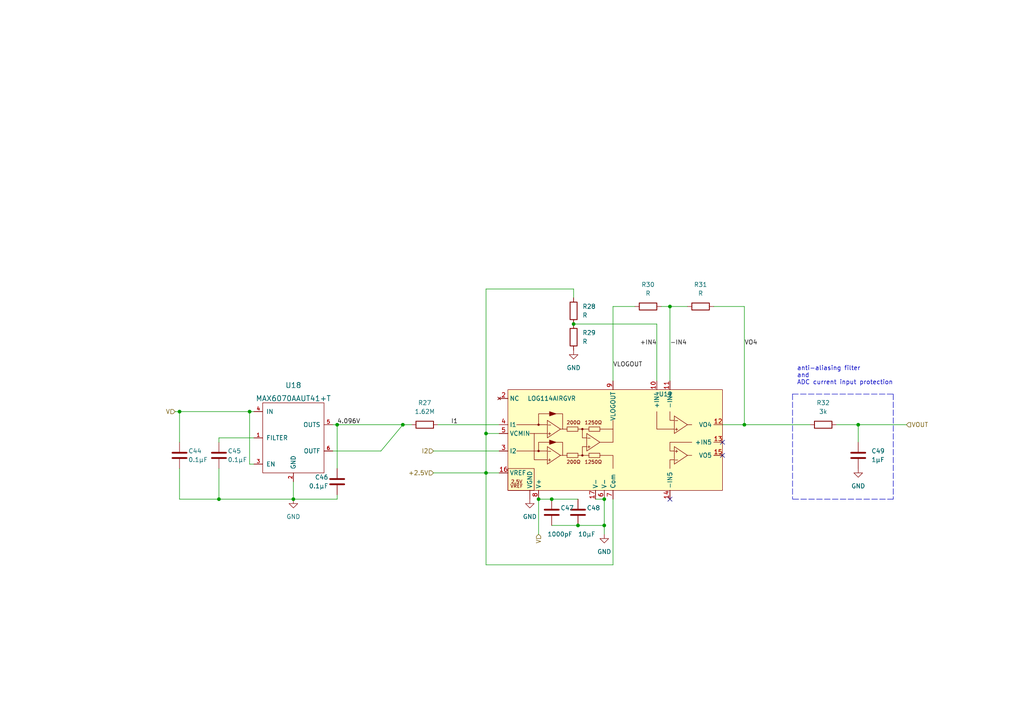
<source format=kicad_sch>
(kicad_sch (version 20211123) (generator eeschema)
  (paper "A4")
  (lib_symbols
    (symbol "Device:C" (pin_numbers hide) (pin_names (offset 0.254))
      (property "Reference" "C" (at 0.635 2.54 0))
      (property "Value" "C" (at 0.635 -2.54 0))
      (symbol "C_0_1"
        (polyline (pts (xy -2.032 -0.762) (xy 2.032 -0.762)) (stroke (width 0.508)))
        (polyline (pts (xy -2.032 0.762) (xy 2.032 0.762)) (stroke (width 0.508)))
      )
      (symbol "C_1_1"
        (pin passive line (at 0 3.81 270) (length 2.794) (name "~") (number "1"))
        (pin passive line (at 0 -3.81 90) (length 2.794) (name "~") (number "2"))
      )
    )
    (symbol "Device:R" (pin_numbers hide) (pin_names (offset 0))
      (property "Reference" "R" (at 2.032 0 90))
      (property "Value" "R" (at 0 0 90))
      (symbol "R_0_1"
        (rectangle (start -1.016 -2.54) (end 1.016 2.54) (stroke (width 0.254)))
      )
      (symbol "R_1_1"
        (pin passive line (at 0 3.81 270) (length 1.27) (name "~") (number "1"))
        (pin passive line (at 0 -3.81 90) (length 1.27) (name "~") (number "2"))
      )
    )
    (symbol "LOG114:LOG114AIRGVR"
      (property "Reference" "U" (at 0 -2.54 0))
      (property "Value" "LOG114AIRGVR" (at 0 2.54 0))
      (symbol "LOG114AIRGVR_0_0"
        (rectangle (start -22.86 -3.81) (end -15.24 -10.16) (fill (type background)))
        (circle (center -13.97 1.27) (radius 0.254) (fill (type outline)))
        (circle (center -13.97 8.89) (radius 0.254) (fill (type outline)))
        (circle (center -1.27 0) (radius 0.254) (fill (type outline)))
        (circle (center -1.27 7.62) (radius 0.254) (fill (type outline)))
        (polyline (pts (xy -13.97 1.27) (xy -20.32 1.27)))
        (polyline (pts (xy -13.97 8.89) (xy -20.32 8.89)))
        (polyline (pts (xy -11.43 6.35) (xy -16.51 6.35)))
        (polyline (pts (xy -1.27 0) (xy -2.54 0)))
        (polyline (pts (xy -1.27 0) (xy 0.635 0)))
        (polyline (pts (xy -1.27 7.62) (xy -2.54 7.62)))
        (polyline (pts (xy -1.27 7.62) (xy 0.635 7.62)))
        (polyline (pts (xy 3.81 7.62) (xy 7.62 7.62)))
        (polyline (pts (xy 7.62 3.81) (xy 7.62 10.16)))
        (polyline (pts (xy -15.24 6.35) (xy -15.24 -1.27) (xy -11.43 -1.27)))
        (polyline (pts (xy 0 2.54) (xy -1.27 2.54) (xy -1.27 0)))
        (polyline (pts (xy 0 5.08) (xy -1.27 5.08) (xy -1.27 7.62)))
        (polyline (pts (xy 3.81 0) (xy 7.62 0) (xy 7.62 -3.81)))
        (polyline (pts (xy -10.795 4.445) (xy -10.795 3.175) (xy -8.89 3.81) (xy -10.795 4.445)) (fill (type outline)))
        (polyline (pts (xy -10.795 12.7) (xy -10.795 11.43) (xy -8.89 12.065) (xy -10.795 12.7)) (fill (type outline)))
        (polyline (pts (xy -11.43 8.89) (xy -13.97 8.89) (xy -13.97 12.065) (xy -6.985 12.065) (xy -6.985 7.62)))
        (polyline (pts (xy -6.985 0) (xy -6.985 3.81) (xy -13.97 3.81) (xy -13.97 1.27) (xy -11.43 1.27)))
        (polyline (pts (xy -5.715 0.635) (xy -5.715 -0.635) (xy -2.54 -0.635) (xy -2.54 0.635) (xy -5.715 0.635)))
        (polyline (pts (xy -5.715 8.255) (xy -5.715 6.985) (xy -2.54 6.985) (xy -2.54 8.255) (xy -5.715 8.255)))
        (polyline (pts (xy 0.635 0.635) (xy 0.635 -0.635) (xy 3.81 -0.635) (xy 3.81 0.635) (xy 0.635 0.635)))
        (polyline (pts (xy 0.635 8.255) (xy 0.635 6.985) (xy 3.81 6.985) (xy 3.81 8.255) (xy 0.635 8.255)))
        (text "+" (at -10.795 -1.27 0) (effects (font (size 1 1))))
        (text "+" (at -10.795 6.35 0) (effects (font (size 1 1))))
        (text "+" (at 0.635 2.54 0) (effects (font (size 1 1))))
        (text "+" (at 26.035 1.27 0) (effects (font (size 1 1))))
        (text "+" (at 26.035 7.62 0) (effects (font (size 1 1))))
        (text "-" (at -10.795 1.27 0) (effects (font (size 1 1))))
        (text "-" (at -10.795 8.89 0) (effects (font (size 1 1))))
        (text "-" (at 0.635 5.08 0) (effects (font (size 1 1))))
        (text "-" (at 26.035 -1.27 0) (effects (font (size 1 1))))
        (text "-" (at 26.035 10.16 0) (effects (font (size 1 1))))
        (text "1250Ω" (at 1.905 -1.905 0) (effects (font (size 1 1))))
        (text "1250Ω" (at 1.905 9.525 0) (effects (font (size 1 1))))
        (text "2.5V" (at -20.32 -7.62 0) (effects (font (size 1 1))))
        (text "200Ω" (at -3.81 -1.905 0) (effects (font (size 1 1))))
        (text "200Ω" (at -3.81 9.525 0) (effects (font (size 1 1))))
        (text "VREF" (at -20.32 -8.89 0) (effects (font (size 1 1))))
        (pin input line (at 2.54 -12.7 90) (length 2.54) (name "V-") (number "17"))
      )
      (symbol "LOG114AIRGVR_0_1"
        (rectangle (start -22.86 19.05) (end 39.37 -10.16) (fill (type background)))
        (polyline (pts (xy -7.62 0) (xy -5.715 0)))
        (polyline (pts (xy -7.62 7.62) (xy -5.715 7.62)))
        (polyline (pts (xy 3.81 3.81) (xy 7.62 3.81)))
        (polyline (pts (xy 29.21 0) (xy 30.48 0)))
        (polyline (pts (xy 29.21 8.89) (xy 30.48 8.89)))
        (polyline (pts (xy 25.4 -1.27) (xy 24.13 -1.27) (xy 24.13 -3.81)))
        (polyline (pts (xy 25.4 7.62) (xy 20.32 7.62) (xy 20.32 12.7)))
        (polyline (pts (xy 25.4 10.16) (xy 24.13 10.16) (xy 24.13 12.7)))
        (polyline (pts (xy -11.43 2.54) (xy -11.43 -2.54) (xy -7.62 0) (xy -11.43 2.54)))
        (polyline (pts (xy -11.43 10.16) (xy -11.43 5.08) (xy -7.62 7.62) (xy -11.43 10.16)))
        (polyline (pts (xy 0 6.35) (xy 0 1.27) (xy 3.81 3.81) (xy 0 6.35)))
        (polyline (pts (xy 25.4 1.27) (xy 24.13 1.27) (xy 24.13 3.81) (xy 30.48 3.81)))
        (polyline (pts (xy 25.4 2.54) (xy 25.4 -2.54) (xy 29.21 0) (xy 25.4 2.54)))
        (polyline (pts (xy 25.4 11.43) (xy 25.4 6.35) (xy 29.21 8.89) (xy 25.4 11.43)))
      )
      (symbol "LOG114AIRGVR_1_1"
        (pin input line (at -16.51 -12.7 90) (length 2.54) (name "VGND") (number ""))
        (pin input line (at 20.32 21.59 270) (length 2.54) (name "+IN4") (number "10"))
        (pin input line (at 24.13 21.59 270) (length 2.54) (name "-IN4") (number "11"))
        (pin input line (at 39.37 8.89 180) (length 2.54) (name "VO4") (number "12"))
        (pin input line (at 39.37 3.81 180) (length 2.54) (name "+IN5") (number "13"))
        (pin input line (at 24.13 -12.7 90) (length 2.54) (name "-IN5") (number "14"))
        (pin input line (at 39.37 0 180) (length 2.54) (name "VO5") (number "15"))
        (pin input line (at -25.4 -5.08 0) (length 2.54) (name "VREF") (number "16"))
        (pin no_connect line (at -25.4 16.51 0) (length 2.54) (name "NC") (number "2"))
        (pin input line (at -25.4 1.27 0) (length 2.54) (name "I2") (number "3"))
        (pin input line (at -25.4 8.89 0) (length 2.54) (name "I1") (number "4"))
        (pin input line (at -25.4 6.35 0) (length 2.54) (name "VCMIN") (number "5"))
        (pin input line (at 5.08 -12.7 90) (length 2.54) (name "V-") (number "6"))
        (pin input line (at 7.62 -12.7 90) (length 2.54) (name "Com") (number "7"))
        (pin input line (at -13.97 -12.7 90) (length 2.54) (name "V+") (number "8"))
        (pin input line (at 7.62 21.59 270) (length 2.54) (name "VLOGOUT") (number "9"))
      )
    )
    (symbol "MAX6070:MAX6070AAUT41+T" (pin_names (offset 1.016))
      (property "Reference" "U" (at -8.89 11.43 0))
      (property "Value" "MAX6070AAUT41+T" (at 8.89 11.43 0))
      (symbol "MAX6070AAUT41+T_0_1"
        (rectangle (start -8.89 10.16) (end 8.89 -10.16))
      )
      (symbol "MAX6070AAUT41+T_1_1"
        (pin passive line (at -11.43 0 0) (length 2.54) (name "FILTER") (number "1"))
        (pin power_in line (at 0 -12.7 90) (length 2.54) (name "GND") (number "2"))
        (pin input line (at -11.43 -7.62 0) (length 2.54) (name "EN") (number "3"))
        (pin power_in line (at -11.43 7.62 0) (length 2.54) (name "IN") (number "4"))
        (pin passive line (at 11.43 3.81 180) (length 2.54) (name "OUTS") (number "5"))
        (pin power_out line (at 11.43 -3.81 180) (length 2.54) (name "OUTF") (number "6"))
      )
    )
    (symbol "power:GND" (power) (pin_names (offset 0))
      (property "Value" "GND" (at 0 -3.81 0))
      (symbol "GND_0_1"
        (polyline (pts (xy 0 0) (xy 0 -1.27) (xy 1.27 -1.27) (xy 0 -2.54) (xy -1.27 -1.27) (xy 0 -1.27)))
      )
      (symbol "GND_1_1"
        (pin power_in line (at 0 0 270) (length 0) hide (name "GND") (number "1"))
      )
    )
  )
  (junction (at 52.07 119.38))
  (junction (at 167.64 152.4))
  (junction (at 160.02 144.78))
  (junction (at 63.5 144.78))
  (junction (at 175.26 152.4))
  (junction (at 97.79 123.19))
  (junction (at 72.39 119.38))
  (junction (at 156.21 144.78))
  (junction (at 140.97 125.73))
  (junction (at 215.9 123.19))
  (junction (at 194.31 88.9))
  (junction (at 175.26 144.78))
  (junction (at 248.92 123.19))
  (junction (at 116.84 123.19))
  (junction (at 85.09 144.78))
  (junction (at 140.97 137.16))
  (junction (at 166.37 93.98))
  (no_connect (at 209.55 128.27))
  (no_connect (at 209.55 132.08))
  (no_connect (at 194.31 144.78))
  (wire (pts (xy 167.64 152.4) (xy 175.26 152.4)))
  (wire (pts (xy 50.8 119.38) (xy 52.07 119.38)))
  (wire (pts (xy 160.02 152.4) (xy 167.64 152.4)))
  (wire (pts (xy 177.8 88.9) (xy 184.15 88.9)))
  (wire (pts (xy 116.84 123.19) (xy 119.38 123.19)))
  (wire (pts (xy 72.39 119.38) (xy 73.66 119.38)))
  (wire (pts (xy 140.97 125.73) (xy 144.78 125.73)))
  (wire (pts (xy 194.31 88.9) (xy 194.31 110.49)))
  (wire (pts (xy 85.09 144.78) (xy 97.79 144.78)))
  (wire (pts (xy 125.73 130.81) (xy 144.78 130.81)))
  (wire (pts (xy 140.97 137.16) (xy 144.78 137.16)))
  (polyline (pts (xy 259.08 114.3) (xy 259.08 144.78)))
  (wire (pts (xy 166.37 93.98) (xy 190.5 93.98)))
  (wire (pts (xy 96.52 123.19) (xy 97.79 123.19)))
  (wire (pts (xy 177.8 110.49) (xy 177.8 88.9)))
  (polyline (pts (xy 259.08 144.78) (xy 229.87 144.78)))
  (wire (pts (xy 85.09 139.7) (xy 85.09 144.78)))
  (wire (pts (xy 209.55 123.19) (xy 215.9 123.19)))
  (wire (pts (xy 140.97 83.82) (xy 140.97 125.73)))
  (polyline (pts (xy 229.87 114.3) (xy 259.08 114.3)))
  (wire (pts (xy 160.02 144.78) (xy 167.64 144.78)))
  (wire (pts (xy 52.07 144.78) (xy 52.07 135.89)))
  (polyline (pts (xy 229.87 114.3) (xy 229.87 144.78)))
  (wire (pts (xy 215.9 88.9) (xy 207.01 88.9)))
  (wire (pts (xy 96.52 130.81) (xy 110.49 130.81)))
  (wire (pts (xy 85.09 144.78) (xy 63.5 144.78)))
  (wire (pts (xy 242.57 123.19) (xy 248.92 123.19)))
  (wire (pts (xy 97.79 123.19) (xy 116.84 123.19)))
  (wire (pts (xy 63.5 144.78) (xy 52.07 144.78)))
  (wire (pts (xy 63.5 135.89) (xy 63.5 144.78)))
  (wire (pts (xy 166.37 83.82) (xy 140.97 83.82)))
  (wire (pts (xy 63.5 127) (xy 63.5 128.27)))
  (wire (pts (xy 215.9 123.19) (xy 215.9 88.9)))
  (wire (pts (xy 191.77 88.9) (xy 194.31 88.9)))
  (wire (pts (xy 127 123.19) (xy 144.78 123.19)))
  (wire (pts (xy 73.66 134.62) (xy 72.39 134.62)))
  (wire (pts (xy 166.37 83.82) (xy 166.37 86.36)))
  (wire (pts (xy 215.9 123.19) (xy 234.95 123.19)))
  (wire (pts (xy 97.79 123.19) (xy 97.79 135.89)))
  (wire (pts (xy 156.21 144.78) (xy 156.21 154.94)))
  (wire (pts (xy 177.8 144.78) (xy 177.8 163.83)))
  (wire (pts (xy 177.8 163.83) (xy 140.97 163.83)))
  (wire (pts (xy 52.07 119.38) (xy 52.07 128.27)))
  (wire (pts (xy 52.07 119.38) (xy 72.39 119.38)))
  (wire (pts (xy 172.72 144.78) (xy 175.26 144.78)))
  (wire (pts (xy 110.49 130.81) (xy 116.84 123.19)))
  (wire (pts (xy 125.73 137.16) (xy 140.97 137.16)))
  (wire (pts (xy 140.97 125.73) (xy 140.97 137.16)))
  (wire (pts (xy 72.39 119.38) (xy 72.39 134.62)))
  (wire (pts (xy 190.5 93.98) (xy 190.5 110.49)))
  (wire (pts (xy 156.21 144.78) (xy 160.02 144.78)))
  (wire (pts (xy 248.92 123.19) (xy 248.92 128.27)))
  (wire (pts (xy 175.26 144.78) (xy 175.26 152.4)))
  (wire (pts (xy 73.66 127) (xy 63.5 127)))
  (wire (pts (xy 140.97 137.16) (xy 140.97 163.83)))
  (wire (pts (xy 175.26 152.4) (xy 175.26 154.94)))
  (wire (pts (xy 248.92 123.19) (xy 262.89 123.19)))
  (wire (pts (xy 199.39 88.9) (xy 194.31 88.9)))
  (wire (pts (xy 97.79 144.78) (xy 97.79 143.51)))
  (text "anti-aliasing filter\nand\nADC current input protection" (at 231.14 111.76 0) (effects (font (size 1.27 1.27)) (justify left bottom)))
  (label "-IN4" (at 194.31 100.33 0))
  (label "I1" (at 130.81 123.19 0))
  (label "VO4" (at 215.9 100.33 0))
  (label "VLOGOUT" (at 177.8 106.68 0))
  (label "4.096V" (at 97.79 123.19 0))
  (label "+IN4" (at 190.5 100.33 180))
  (hierarchical_label "V" (shape input) (at 50.8 119.38 180))
  (hierarchical_label "V" (shape input) (at 156.21 154.94 270))
  (hierarchical_label "+2.5V" (shape input) (at 125.73 137.16 180))
  (hierarchical_label "I2" (shape input) (at 125.73 130.81 180))
  (hierarchical_label "VOUT" (shape input) (at 262.89 123.19 0))
  (symbol (lib_id "Device:R") (at 203.2 88.9 90) (unit 1)
    (property "Reference" "R31" (at 203.2 82.55 90))
    (property "Value" "R" (at 203.2 85.09 90))
    (property "Footprint" "Resistor_SMD:R_0603_1608Metric" (effects hide))
  )
  (symbol (lib_id "Device:R") (at 238.76 123.19 90) (unit 1)
    (property "Reference" "R32" (at 238.76 116.84 90))
    (property "Value" "3k" (at 238.76 119.38 90))
    (property "Footprint" "Resistor_SMD:R_0603_1608Metric" (effects hide))
  )
  (symbol (lib_id "Device:R") (at 166.37 90.17 0) (unit 1)
    (property "Reference" "R28" (at 168.91 88.8999 0) (effects (justify left)))
    (property "Value" "R" (at 168.91 91.4399 0) (effects (justify left)))
    (property "Footprint" "Resistor_SMD:R_0603_1608Metric" (effects hide))
  )
  (symbol (lib_id "power:GND") (at 175.26 154.94 0) (unit 1)
    (property "Reference" "#PWR048" (effects hide))
    (property "Value" "GND" (at 175.26 160.02 0))
  )
  (symbol (lib_id "Device:C") (at 167.64 148.59 0) (unit 1)
    (property "Reference" "C48" (at 170.18 147.32 0) (effects (justify left)))
    (property "Value" "10µF" (at 167.64 154.94 0) (effects (justify left)))
    (property "Footprint" "Capacitor_Tantalum_SMD:CP_EIA-6032-15_Kemet-U" (effects hide))
  )
  (symbol (lib_id "power:GND") (at 166.37 101.6 0) (unit 1)
    (property "Reference" "#PWR047" (effects hide))
    (property "Value" "GND" (at 166.37 106.68 0))
  )
  (symbol (lib_id "power:GND") (at 153.67 144.78 0) (unit 1)
    (property "Reference" "#PWR046" (effects hide))
    (property "Value" "GND" (at 153.67 149.86 0))
  )
  (symbol (lib_id "Device:C") (at 248.92 132.08 0) (unit 1)
    (property "Reference" "C49" (at 252.73 130.8099 0) (effects (justify left)))
    (property "Value" "1µF" (at 252.73 133.3499 0) (effects (justify left)))
    (property "Footprint" "Capacitor_SMD:C_0603_1608Metric" (effects hide))
  )
  (symbol (lib_id "power:GND") (at 248.92 135.89 0) (unit 1)
    (property "Reference" "#PWR049" (effects hide))
    (property "Value" "GND" (at 248.92 140.97 0))
  )
  (symbol (lib_id "Device:C") (at 97.79 139.7 0) (mirror y) (unit 1)
    (property "Reference" "C46" (at 95.25 138.43 0) (effects (justify left)))
    (property "Value" "0.1µF" (at 95.25 140.97 0) (effects (justify left)))
    (property "Footprint" "Capacitor_SMD:C_0603_1608Metric" (effects hide))
  )
  (symbol (lib_id "Device:R") (at 187.96 88.9 90) (unit 1)
    (property "Reference" "R30" (at 187.96 82.55 90))
    (property "Value" "R" (at 187.96 85.09 90))
    (property "Footprint" "Resistor_SMD:R_0603_1608Metric" (effects hide))
  )
  (symbol (lib_id "Device:R") (at 166.37 97.79 0) (unit 1)
    (property "Reference" "R29" (at 168.91 96.5199 0) (effects (justify left)))
    (property "Value" "R" (at 168.91 99.0599 0) (effects (justify left)))
    (property "Footprint" "Resistor_SMD:R_0603_1608Metric" (effects hide))
  )
  (symbol (lib_id "Device:C") (at 160.02 148.59 0) (unit 1)
    (property "Reference" "C47" (at 162.56 147.32 0) (effects (justify left)))
    (property "Value" "1000pF" (at 158.75 154.94 0) (effects (justify left)))
    (property "Footprint" "Capacitor_SMD:C_0603_1608Metric" (effects hide))
  )
  (symbol (lib_id "power:GND") (at 85.09 144.78 0) (unit 1)
    (property "Reference" "#PWR0105" (effects hide))
    (property "Value" "GND" (at 85.09 149.86 0))
  )
  (symbol (lib_id "Device:R") (at 123.19 123.19 90) (unit 1)
    (property "Reference" "R27" (at 123.19 116.84 90))
    (property "Value" "1.62M" (at 123.19 119.38 90))
    (property "Footprint" "Resistor_SMD:R_0603_1608Metric" (effects hide))
  )
  (symbol (lib_id "MAX6070:MAX6070AAUT41+T") (at 85.09 127 0) (unit 1)
    (property "Reference" "U18" (at 85.09 111.76 0) (effects (font (size 1.524 1.524))))
    (property "Value" "MAX6070AAUT41+T" (at 85.09 115.57 0) (effects (font (size 1.524 1.524))))
    (property "Footprint" "Package_TO_SOT_SMD:SOT-23-6" (effects hide))
  )
  (symbol (lib_id "Device:C") (at 63.5 132.08 0) (unit 1)
    (property "Reference" "C45" (at 66.04 130.81 0) (effects (justify left)))
    (property "Value" "0.1µF" (at 66.04 133.35 0) (effects (justify left)))
    (property "Footprint" "Capacitor_SMD:C_0603_1608Metric" (effects hide))
  )
  (symbol (lib_id "LOG114:LOG114AIRGVR") (at 170.18 132.08 0) (unit 1)
    (property "Reference" "U19" (at 193.04 114.3 0))
    (property "Value" "LOG114AIRGVR" (at 160.02 115.57 0))
    (property "Footprint" "Package_DFN_QFN:QFN-16-1EP_4x4mm_P0.65mm_EP2.15x2.15mm" (effects hide))
    (property "Datasheet" "https://www.ti.com/product/LOG114" (effects hide))
  )
  (symbol (lib_id "Device:C") (at 52.07 132.08 0) (unit 1)
    (property "Reference" "C44" (at 54.61 130.81 0) (effects (justify left)))
    (property "Value" "0.1µF" (at 54.61 133.35 0) (effects (justify left)))
    (property "Footprint" "Capacitor_SMD:C_0603_1608Metric" (effects hide))
  )
)
</source>
